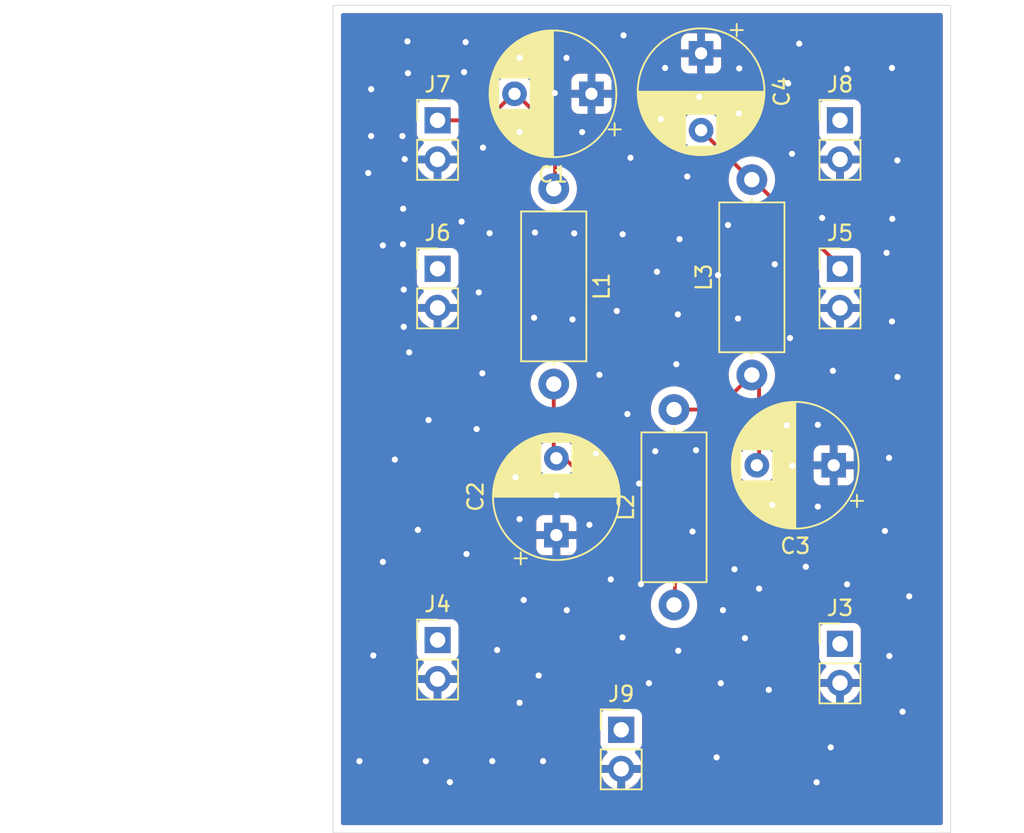
<source format=kicad_pcb>
(kicad_pcb (version 20211014) (generator pcbnew)
  (layers (0 "F.Cu" signal) (31 "B.Cu" signal) (34 "B.Paste" user) (35 "F.Paste" user) (36 "B.SilkS" user "B.Silkscreen") (37 "F.SilkS" user "F.Silkscreen") (38 "B.Mask" user) (39 "F.Mask" user) (44 "Edge.Cuts" user))
  (net 0 "")
  (net 1 "GND")
  (net 2 "bpf_ant")
  (net 3 "Net-(C2-Pad2)")
  (net 4 "bpf_lvds")
  (net 5 "Net-(C3-Pad2)")
  (footprint "Inductor_THT:L_Axial_L9.5mm_D4.0mm_P12.70mm_Horizontal_Fastron_SMCC" (layer "F.Cu") (at 86.8 85.72 -90)
    (fp_text reference "L1" (at 6.35 -3.12 90) (layer "F.SilkS"))
    (fp_text value "1.5uH")
    (pad "1" thru_hole circle (at 0 0 270) (size 2 2) (drill 1) (layers *.Cu *.Mask) (net 4 "bpf_lvds"))
    (pad "2" thru_hole oval (at 12.7 0 270) (size 2 2) (drill 1) (layers *.Cu *.Mask) (net 3 "Net-(C2-Pad2)"))
  )
  (footprint "Capacitor_THT:CP_Radial_D8.0mm_P5.00mm" (layer "F.Cu") (at 105.002651 103.7 180)
    (fp_text reference "C3" (at 2.5 -5.25) (layer "F.SilkS"))
    (fp_text value "270pF")
    (pad "1" thru_hole rect (at 0 0 180) (size 1.6 1.6) (drill 0.8) (layers *.Cu *.Mask) (net 1 "GND"))
    (pad "2" thru_hole circle (at 5 0 180) (size 1.6 1.6) (drill 0.8) (layers *.Cu *.Mask) (net 5 "Net-(C3-Pad2)"))
  )
  (footprint "Connector_PinHeader_2.54mm:PinHeader_1x02_P2.54mm_Vertical" (layer "F.Cu") (at 105.41 81.275)
    (fp_text reference "J8" (at 0 -2.33) (layer "F.SilkS"))
    (fp_text value "Connector_Generic_Conn_01x02")
    (pad "1" thru_hole rect (at 0 0) (size 1.7 1.7) (drill 1) (layers *.Cu *.Mask))
    (pad "2" thru_hole oval (at 0 2.54) (size 1.7 1.7) (drill 1) (layers *.Cu *.Mask) (net 1 "GND"))
  )
  (footprint "Connector_PinHeader_2.54mm:PinHeader_1x02_P2.54mm_Vertical" (layer "F.Cu") (at 79.248 81.275)
    (fp_text reference "J7" (at 0 -2.33) (layer "F.SilkS"))
    (fp_text value "Connector_Generic_Conn_01x02")
    (pad "1" thru_hole rect (at 0 0) (size 1.7 1.7) (drill 1) (layers *.Cu *.Mask) (net 4 "bpf_lvds"))
    (pad "2" thru_hole oval (at 0 2.54) (size 1.7 1.7) (drill 1) (layers *.Cu *.Mask) (net 1 "GND"))
  )
  (footprint "Inductor_THT:L_Axial_L9.5mm_D4.0mm_P12.70mm_Horizontal_Fastron_SMCC" (layer "F.Cu") (at 94.62 112.78 90)
    (fp_text reference "L2" (at 6.35 -3.12 90) (layer "F.SilkS"))
    (fp_text value "1.8uH")
    (pad "1" thru_hole circle (at 0 0 90) (size 2 2) (drill 1) (layers *.Cu *.Mask) (net 3 "Net-(C2-Pad2)"))
    (pad "2" thru_hole oval (at 12.7 0 90) (size 2 2) (drill 1) (layers *.Cu *.Mask) (net 5 "Net-(C3-Pad2)"))
  )
  (footprint "Connector_PinHeader_2.54mm:PinHeader_1x02_P2.54mm_Vertical" (layer "F.Cu") (at 105.41 115.311)
    (fp_text reference "J3" (at 0 -2.33) (layer "F.SilkS"))
    (fp_text value "Connector_Generic_Conn_01x02")
    (pad "1" thru_hole rect (at 0 0) (size 1.7 1.7) (drill 1) (layers *.Cu *.Mask))
    (pad "2" thru_hole oval (at 0 2.54) (size 1.7 1.7) (drill 1) (layers *.Cu *.Mask) (net 1 "GND"))
  )
  (footprint "Capacitor_THT:CP_Radial_D8.0mm_P5.00mm" (layer "F.Cu") (at 86.97 108.242651 90)
    (fp_text reference "C2" (at 2.5 -5.25 90) (layer "F.SilkS"))
    (fp_text value "680pF")
    (pad "1" thru_hole rect (at 0 0 90) (size 1.6 1.6) (drill 0.8) (layers *.Cu *.Mask) (net 1 "GND"))
    (pad "2" thru_hole circle (at 5 0 90) (size 1.6 1.6) (drill 0.8) (layers *.Cu *.Mask) (net 3 "Net-(C2-Pad2)"))
  )
  (footprint "Connector_PinHeader_2.54mm:PinHeader_1x02_P2.54mm_Vertical" (layer "F.Cu") (at 79.248 115.062)
    (fp_text reference "J4" (at 0 -2.33) (layer "F.SilkS"))
    (fp_text value "Connector_Generic_Conn_01x02")
    (pad "1" thru_hole rect (at 0 0) (size 1.7 1.7) (drill 1) (layers *.Cu *.Mask))
    (pad "2" thru_hole oval (at 0 2.54) (size 1.7 1.7) (drill 1) (layers *.Cu *.Mask) (net 1 "GND"))
  )
  (footprint "Capacitor_THT:CP_Radial_D8.0mm_P5.00mm" (layer "F.Cu") (at 89.25 79.55 180)
    (fp_text reference "C1" (at 2.5 -5.25) (layer "F.SilkS"))
    (fp_text value "270pF")
    (pad "1" thru_hole rect (at 0 0 180) (size 1.6 1.6) (drill 0.8) (layers *.Cu *.Mask) (net 1 "GND"))
    (pad "2" thru_hole circle (at 5 0 180) (size 1.6 1.6) (drill 0.8) (layers *.Cu *.Mask) (net 4 "bpf_lvds"))
  )
  (footprint "Connector_PinHeader_2.54mm:PinHeader_1x02_P2.54mm_Vertical" (layer "F.Cu") (at 105.41 90.932)
    (fp_text reference "J5" (at 0 -2.33) (layer "F.SilkS"))
    (fp_text value "Connector_Generic_Conn_01x02")
    (pad "1" thru_hole rect (at 0 0) (size 1.7 1.7) (drill 1) (layers *.Cu *.Mask) (net 2 "bpf_ant"))
    (pad "2" thru_hole oval (at 0 2.54) (size 1.7 1.7) (drill 1) (layers *.Cu *.Mask) (net 1 "GND"))
  )
  (footprint "Connector_PinHeader_2.54mm:PinHeader_1x02_P2.54mm_Vertical" (layer "F.Cu") (at 79.248 90.927)
    (fp_text reference "J6" (at 0 -2.33) (layer "F.SilkS"))
    (fp_text value "Connector_Generic_Conn_01x02")
    (pad "1" thru_hole rect (at 0 0) (size 1.7 1.7) (drill 1) (layers *.Cu *.Mask))
    (pad "2" thru_hole oval (at 0 2.54) (size 1.7 1.7) (drill 1) (layers *.Cu *.Mask) (net 1 "GND"))
  )
  (footprint "Connector_PinHeader_2.54mm:PinHeader_1x02_P2.54mm_Vertical" (layer "F.Cu") (at 91.186 120.899)
    (fp_text reference "J9" (at 0 -2.33) (layer "F.SilkS"))
    (fp_text value "Connector_Generic_Conn_01x02")
    (pad "1" thru_hole rect (at 0 0) (size 1.7 1.7) (drill 1) (layers *.Cu *.Mask))
    (pad "2" thru_hole oval (at 0 2.54) (size 1.7 1.7) (drill 1) (layers *.Cu *.Mask) (net 1 "GND"))
  )
  (footprint "Inductor_THT:L_Axial_L9.5mm_D4.0mm_P12.70mm_Horizontal_Fastron_SMCC" (layer "F.Cu") (at 99.68 97.83 90)
    (fp_text reference "L3" (at 6.35 -3.12 90) (layer "F.SilkS"))
    (fp_text value "1.5uH")
    (pad "1" thru_hole circle (at 0 0 90) (size 2 2) (drill 1) (layers *.Cu *.Mask) (net 5 "Net-(C3-Pad2)"))
    (pad "2" thru_hole oval (at 12.7 0 90) (size 2 2) (drill 1) (layers *.Cu *.Mask) (net 2 "bpf_ant"))
  )
  (footprint "Capacitor_THT:CP_Radial_D8.0mm_P5.00mm" (layer "F.Cu") (at 96.38 76.917349 -90)
    (fp_text reference "C4" (at 2.5 -5.25 90) (layer "F.SilkS"))
    (fp_text value "680pF")
    (pad "1" thru_hole rect (at 0 0 270) (size 1.6 1.6) (drill 0.8) (layers *.Cu *.Mask) (net 1 "GND"))
    (pad "2" thru_hole circle (at 5 0 270) (size 1.6 1.6) (drill 0.8) (layers *.Cu *.Mask) (net 2 "bpf_ant"))
  )
  (gr_rect (start 72.46 73.8) (end 112.6 127.6) (layer "Edge.Cuts") (width 0.05) (fill none))
  (via (at 81.13 109.47) (size 0.8) (drill 0.4) (layers "F.Cu" "B.Cu") (net 1))
  (via (at 92.35 104.89) (size 0.8) (drill 0.4) (layers "F.Cu" "B.Cu") (net 1))
  (via (at 97.8 113.12) (size 0.8) (drill 0.4) (layers "F.Cu" "B.Cu") (net 1))
  (via (at 94.77 97.13) (size 0.8) (drill 0.4) (layers "F.Cu" "B.Cu") (net 1))
  (via (at 108.79 77.87) (size 0.8) (drill 0.4) (layers "F.Cu" "B.Cu") (net 1))
  (via (at 109.91 112.22) (size 0.8) (drill 0.4) (layers "F.Cu" "B.Cu") (net 1))
  (via (at 88.13 88.62) (size 0.8) (drill 0.4) (layers "F.Cu" "B.Cu") (net 1))
  (via (at 91.79 83.71) (size 0.8) (drill 0.4) (layers "F.Cu" "B.Cu") (net 1))
  (via (at 85.82 117.37) (size 0.8) (drill 0.4) (layers "F.Cu" "B.Cu") (net 1))
  (via (at 109.48 119.72) (size 0.8) (drill 0.4) (layers "F.Cu" "B.Cu") (net 1))
  (via (at 77.4 96.36) (size 0.8) (drill 0.4) (layers "F.Cu" "B.Cu") (net 1))
  (via (at 94.9 115.76) (size 0.8) (drill 0.4) (layers "F.Cu" "B.Cu") (net 1))
  (via (at 97.39 122.69) (size 0.8) (drill 0.4) (layers "F.Cu" "B.Cu") (net 1))
  (via (at 91.27 114.89) (size 0.8) (drill 0.4) (layers "F.Cu" "B.Cu") (net 1))
  (via (at 85.58 88.57) (size 0.8) (drill 0.4) (layers "F.Cu" "B.Cu") (net 1))
  (via (at 100.15 111.72) (size 0.8) (drill 0.4) (layers "F.Cu" "B.Cu") (net 1))
  (via (at 98.84 80.83) (size 0.8) (drill 0.4) (layers "F.Cu" "B.Cu") (net 1))
  (via (at 108.33 107.97) (size 0.8) (drill 0.4) (layers "F.Cu" "B.Cu") (net 1))
  (via (at 77.11 83.8) (size 0.8) (drill 0.4) (layers "F.Cu" "B.Cu") (net 1))
  (via (at 91.28 88.68) (size 0.8) (drill 0.4) (layers "F.Cu" "B.Cu") (net 1))
  (via (at 102.29 83.45) (size 0.8) (drill 0.4) (layers "F.Cu" "B.Cu") (net 1))
  (via (at 89.55 102.94) (size 0.8) (drill 0.4) (layers "F.Cu" "B.Cu") (net 1))
  (via (at 102.76 76.29) (size 0.8) (drill 0.4) (layers "F.Cu" "B.Cu") (net 1))
  (via (at 86.868 79.502) (size 0.8) (drill 0.4) (layers "F.Cu" "B.Cu") (net 1))
  (via (at 105.88 77.94) (size 0.8) (drill 0.4) (layers "F.Cu" "B.Cu") (net 1))
  (via (at 84.582 77.216) (size 0.8) (drill 0.4) (layers "F.Cu" "B.Cu") (net 1))
  (via (at 80.05 124.3) (size 0.8) (drill 0.4) (layers "F.Cu" "B.Cu") (net 1))
  (via (at 108.62 116.1) (size 0.8) (drill 0.4) (layers "F.Cu" "B.Cu") (net 1))
  (via (at 109.15 97.96) (size 0.8) (drill 0.4) (layers "F.Cu" "B.Cu") (net 1))
  (via (at 109.14 83.88) (size 0.8) (drill 0.4) (layers "F.Cu" "B.Cu") (net 1))
  (via (at 77.29 76.14) (size 0.8) (drill 0.4) (layers "F.Cu" "B.Cu") (net 1))
  (via (at 102.04 78.88) (size 0.8) (drill 0.4) (layers "F.Cu" "B.Cu") (net 1))
  (via (at 84.58 119.14) (size 0.8) (drill 0.4) (layers "F.Cu" "B.Cu") (net 1))
  (via (at 82.2 83.05) (size 0.8) (drill 0.4) (layers "F.Cu" "B.Cu") (net 1))
  (via (at 100.78 118.3) (size 0.8) (drill 0.4) (layers "F.Cu" "B.Cu") (net 1))
  (via (at 102.32 103.74) (size 0.8) (drill 0.4) (layers "F.Cu" "B.Cu") (net 1))
  (via (at 102.16 95.43) (size 0.8) (drill 0.4) (layers "F.Cu" "B.Cu") (net 1))
  (via (at 88.02 94.22) (size 0.8) (drill 0.4) (layers "F.Cu" "B.Cu") (net 1))
  (via (at 94.98 89) (size 0.8) (drill 0.4) (layers "F.Cu" "B.Cu") (net 1))
  (via (at 108.6 103.22) (size 0.8) (drill 0.4) (layers "F.Cu" "B.Cu") (net 1))
  (via (at 77.32 78.21) (size 0.8) (drill 0.4) (layers "F.Cu" "B.Cu") (net 1))
  (via (at 88.646 82.042) (size 0.8) (drill 0.4) (layers "F.Cu" "B.Cu") (net 1))
  (via (at 81.788 101.346) (size 0.8) (drill 0.4) (layers "F.Cu" "B.Cu") (net 1))
  (via (at 76.962 82.296) (size 0.8) (drill 0.4) (layers "F.Cu" "B.Cu") (net 1))
  (via (at 108.44 89.89) (size 0.8) (drill 0.4) (layers "F.Cu" "B.Cu") (net 1))
  (via (at 90.9 93.67) (size 0.8) (drill 0.4) (layers "F.Cu" "B.Cu") (net 1))
  (via (at 86.99 105.66) (size 0.8) (drill 0.4) (layers "F.Cu" "B.Cu") (net 1))
  (via (at 75.692 109.982) (size 0.8) (drill 0.4) (layers "F.Cu" "B.Cu") (net 1))
  (via (at 77.01 87.02) (size 0.8) (drill 0.4) (layers "F.Cu" "B.Cu") (net 1))
  (via (at 92.99 117.87) (size 0.8) (drill 0.4) (layers "F.Cu" "B.Cu") (net 1))
  (via (at 80.81 87.86) (size 0.8) (drill 0.4) (layers "F.Cu" "B.Cu") (net 1))
  (via (at 98.55 110.46) (size 0.8) (drill 0.4) (layers "F.Cu" "B.Cu") (net 1))
  (via (at 77.05 92.28) (size 0.8) (drill 0.4) (layers "F.Cu" "B.Cu") (net 1))
  (via (at 101.01 106.28) (size 0.8) (drill 0.4) (layers "F.Cu" "B.Cu") (net 1))
  (via (at 89.77 97.82) (size 0.8) (drill 0.4) (layers "F.Cu" "B.Cu") (net 1))
  (via (at 85.52 94.11) (size 0.8) (drill 0.4) (layers "F.Cu" "B.Cu") (net 1))
  (via (at 104.95 97.56) (size 0.8) (drill 0.4) (layers "F.Cu" "B.Cu") (net 1))
  (via (at 87.63 77.216) (size 0.8) (drill 0.4) (layers "F.Cu" "B.Cu") (net 1))
  (via (at 94.87 93.89) (size 0.8) (drill 0.4) (layers "F.Cu" "B.Cu") (net 1))
  (via (at 83.12 115.71) (size 0.8) (drill 0.4) (layers "F.Cu" "B.Cu") (net 1))
  (via (at 95.48 84.93) (size 0.8) (drill 0.4) (layers "F.Cu" "B.Cu") (net 1))
  (via (at 104.81 122.04) (size 0.8) (drill 0.4) (layers "F.Cu" "B.Cu") (net 1))
  (via (at 103.97 101.07) (size 0.8) (drill 0.4) (layers "F.Cu" "B.Cu") (net 1))
  (via (at 78.486 122.936) (size 0.8) (drill 0.4) (layers "F.Cu" "B.Cu") (net 1))
  (via (at 108.79 94.35) (size 0.8) (drill 0.4) (layers "F.Cu" "B.Cu") (net 1))
  (via (at 98.13 88.08) (size 0.8) (drill 0.4) (layers "F.Cu" "B.Cu") (net 1))
  (via (at 103.89 124.31) (size 0.8) (drill 0.4) (layers "F.Cu" "B.Cu") (net 1))
  (via (at 74.74 84.7) (size 0.8) (drill 0.4) (layers "F.Cu" "B.Cu") (net 1))
  (via (at 95.82 108.01) (size 0.8) (drill 0.4) (layers "F.Cu" "B.Cu") (net 1))
  (via (at 98.86 77.9) (size 0.8) (drill 0.4) (layers "F.Cu" "B.Cu") (net 1))
  (via (at 94.04 77.87) (size 0.8) (drill 0.4) (layers "F.Cu" "B.Cu") (net 1))
  (via (at 99.23 114.94) (size 0.8) (drill 0.4) (layers "F.Cu" "B.Cu") (net 1))
  (via (at 91.59 100.37) (size 0.8) (drill 0.4) (layers "F.Cu" "B.Cu") (net 1))
  (via (at 103.19 110.3) (size 0.8) (drill 0.4) (layers "F.Cu" "B.Cu") (net 1))
  (via (at 80.97 78.14) (size 0.8) (drill 0.4) (layers "F.Cu" "B.Cu") (net 1))
  (via (at 98.78 94.16) (size 0.8) (drill 0.4) (layers "F.Cu" "B.Cu") (net 1))
  (via (at 74.93 82.296) (size 0.8) (drill 0.4) (layers "F.Cu" "B.Cu") (net 1))
  (via (at 87.65 113.12) (size 0.8) (drill 0.4) (layers "F.Cu" "B.Cu") (net 1))
  (via (at 75.692 89.408) (size 0.8) (drill 0.4) (layers "F.Cu" "B.Cu") (net 1))
  (via (at 104.25 87.62) (size 0.8) (drill 0.4) (layers "F.Cu" "B.Cu") (net 1))
  (via (at 92.47 111.43) (size 0.8) (drill 0.4) (layers "F.Cu" "B.Cu") (net 1))
  (via (at 84.85 112.46) (size 0.8) (drill 0.4) (layers "F.Cu" "B.Cu") (net 1))
  (via (at 77.05 94.7) (size 0.8) (drill 0.4) (layers "F.Cu" "B.Cu") (net 1))
  (via (at 74.93 79.248) (size 0.8) (drill 0.4) (layers "F.Cu" "B.Cu") (net 1))
  (via (at 105.87 111.44) (size 0.8) (drill 0.4) (layers "F.Cu" "B.Cu") (net 1))
  (via (at 93.76 81.2) (size 0.8) (drill 0.4) (layers "F.Cu" "B.Cu") (net 1))
  (via (at 101.17 90.63) (size 0.8) (drill 0.4) (layers "F.Cu" "B.Cu") (net 1))
  (via (at 93.4 102.79) (size 0.8) (drill 0.4) (layers "F.Cu" "B.Cu") (net 1))
  (via (at 76.47 103.33) (size 0.8) (drill 0.4) (layers "F.Cu" "B.Cu") (net 1))
  (via (at 75.07 116.07) (size 0.8) (drill 0.4) (layers "F.Cu" "B.Cu") (net 1))
  (via (at 84.582 82.042) (size 0.8) (drill 0.4) (layers "F.Cu" "B.Cu") (net 1))
  (via (at 103.97 106.39) (size 0.8) (drill 0.4) (layers "F.Cu" "B.Cu") (net 1))
  (via (at 77 89.33) (size 0.8) (drill 0.4) (layers "F.Cu" "B.Cu") (net 1))
  (via (at 93.51 91.12) (size 0.8) (drill 0.4) (layers "F.Cu" "B.Cu") (net 1))
  (via (at 96.05 102.72) (size 0.8) (drill 0.4) (layers "F.Cu" "B.Cu") (net 1))
  (via (at 82.16 97.72) (size 0.8) (drill 0.4) (layers "F.Cu" "B.Cu") (net 1))
  (via (at 90.51 111.12) (size 0.8) (drill 0.4) (layers "F.Cu" "B.Cu") (net 1))
  (via (at 81.93 92.46) (size 0.8) (drill 0.4) (layers "F.Cu" "B.Cu") (net 1))
  (via (at 86.106 122.936) (size 0.8) (drill 0.4) (layers "F.Cu" "B.Cu") (net 1))
  (via (at 81.07 76.19) (size 0.8) (drill 0.4) (layers "F.Cu" "B.Cu") (net 1))
  (via (at 108.81 87.68) (size 0.8) (drill 0.4) (layers "F.Cu" "B.Cu") (net 1))
  (via (at 91.34 75.75) (size 0.8) (drill 0.4) (layers "F.Cu" "B.Cu") (net 1))
  (via (at 77.97 107.9) (size 0.8) (drill 0.4) (layers "F.Cu" "B.Cu") (net 1))
  (via (at 74.168 122.936) (size 0.8) (drill 0.4) (layers "F.Cu" "B.Cu") (net 1))
  (via (at 84.58 107.2) (size 0.8) (drill 0.4) (layers "F.Cu" "B.Cu") (net 1))
  (via (at 82.63 88.61) (size 0.8) (drill 0.4) (layers "F.Cu" "B.Cu") (net 1))
  (via (at 82.804 122.936) (size 0.8) (drill 0.4) (layers "F.Cu" "B.Cu") (net 1))
  (via (at 84.32 104.48) (size 0.8) (drill 0.4) (layers "F.Cu" "B.Cu") (net 1))
  (via (at 101.95 101.1) (size 0.8) (drill 0.4) (layers "F.Cu" "B.Cu") (net 1))
  (via (at 96.266 79.756) (size 0.8) (drill 0.4) (layers "F.Cu" "B.Cu") (net 1))
  (via (at 97.48 91.34) (size 0.8) (drill 0.4) (layers "F.Cu" "B.Cu") (net 1))
  (via (at 78.66 100.76) (size 0.8) (drill 0.4) (layers "F.Cu" "B.Cu") (net 1))
  (via (at 89.12 107.57) (size 0.8) (drill 0.4) (layers "F.Cu" "B.Cu") (net 1))
  (via (at 97.66 117.87) (size 0.8) (drill 0.4) (layers "F.Cu" "B.Cu") (net 1))
  (segment (start 96.38 81.917349) (end 99.592651 85.13) (width 0.25) (layer "F.Cu") (net 2))
  (segment (start 99.63 85.13) (end 99.77 85.13) (width 0.25) (layer "F.Cu") (net 2))
  (segment (start 99.592651 85.13) (end 99.63 85.13) (width 0.25) (layer "F.Cu") (net 2))
  (segment (start 99.77 85.13) (end 105.63 90.99) (width 0.25) (layer "F.Cu") (net 2))
  (segment (start 86.8 98.42) (end 86.8 102.53) (width 0.25) (layer "F.Cu") (net 3))
  (segment (start 94.68 110.41) (end 94.68 113.07) (width 0.25) (layer "F.Cu") (net 3))
  (segment (start 86.8 102.53) (end 87.4 103.13) (width 0.25) (layer "F.Cu") (net 3))
  (segment (start 87.4 103.13) (end 94.68 110.41) (width 0.25) (layer "F.Cu") (net 3))
  (segment (start 82.435 81.275) (end 84.26 79.45) (width 0.25) (layer "F.Cu") (net 4))
  (segment (start 79.248 81.275) (end 82.435 81.275) (width 0.25) (layer "F.Cu") (net 4))
  (segment (start 86.89 82.08) (end 86.89 85.79) (width 0.25) (layer "F.Cu") (net 4))
  (segment (start 84.26 79.45) (end 86.89 82.08) (width 0.25) (layer "F.Cu") (net 4))
  (segment (start 99.68 97.81) (end 100.15 98.28) (width 0.25) (layer "F.Cu") (net 5))
  (segment (start 100.15 98.28) (end 100.15 103.6) (width 0.25) (layer "F.Cu") (net 5))
  (segment (start 94.62 100.08) (end 97.41 100.08) (width 0.25) (layer "F.Cu") (net 5))
  (segment (start 97.41 100.08) (end 99.68 97.81) (width 0.25) (layer "F.Cu") (net 5))
  (zone (net 1) (net_name "GND") (layer "F.Cu") (connect_pads (clearance 0.508)) (min_thickness 0.254) (fill yes (thermal_gap 0.508) (thermal_bridge_width 0.508))
    (polygon (pts (xy 112.522 127.508) (xy 50.8 127.508) (xy 50.8 73.914) (xy 112.522 73.914)))
  )
  (zone (net 1) (net_name "GND") (layer "B.Cu") (connect_pads (clearance 0.508)) (min_thickness 0.254) (fill yes (thermal_gap 0.508) (thermal_bridge_width 0.508))
    (polygon (pts (xy 112.522 127.508) (xy 50.8 127.508) (xy 50.8 73.914) (xy 112.522 73.914)))
  )
)
</source>
